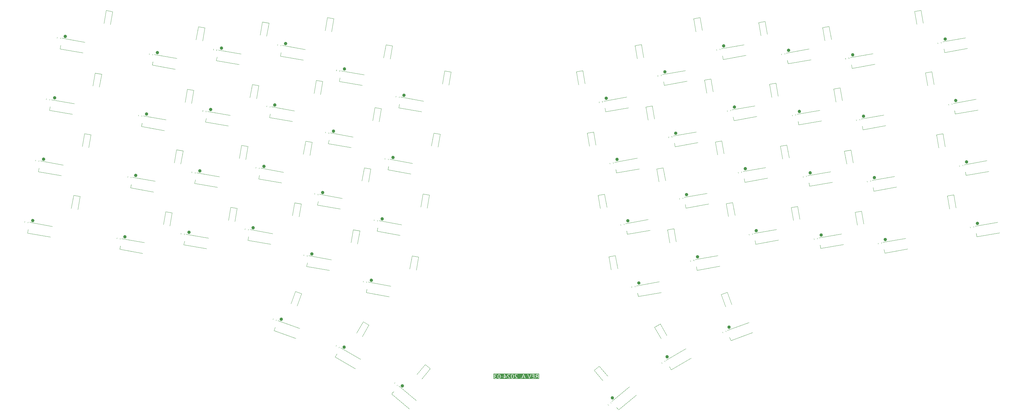
<source format=gbr>
%TF.GenerationSoftware,KiCad,Pcbnew,8.0.0*%
%TF.CreationDate,2024-04-28T13:48:32+02:00*%
%TF.ProjectId,phnx,70686e78-2e6b-4696-9361-645f70636258,A*%
%TF.SameCoordinates,Original*%
%TF.FileFunction,Legend,Bot*%
%TF.FilePolarity,Positive*%
%FSLAX46Y46*%
G04 Gerber Fmt 4.6, Leading zero omitted, Abs format (unit mm)*
G04 Created by KiCad (PCBNEW 8.0.0) date 2024-04-28 13:48:32*
%MOMM*%
%LPD*%
G01*
G04 APERTURE LIST*
%ADD10C,0.150000*%
%ADD11C,0.120000*%
%ADD12C,0.510976*%
%ADD13C,0.510977*%
G04 APERTURE END LIST*
D10*
G36*
X204381210Y-186501351D02*
G01*
X204442949Y-186530795D01*
X204488847Y-186574764D01*
X204522074Y-186626977D01*
X204548664Y-186691924D01*
X204566257Y-186757871D01*
X204577253Y-186820073D01*
X204584917Y-186888865D01*
X204589249Y-186964244D01*
X204590315Y-187029292D01*
X204589249Y-187094199D01*
X204584917Y-187169444D01*
X204577253Y-187238145D01*
X204566257Y-187300304D01*
X204548664Y-187366258D01*
X204522074Y-187431296D01*
X204483572Y-187489786D01*
X204436617Y-187531564D01*
X204373689Y-187558590D01*
X204317349Y-187564987D01*
X204253102Y-187556631D01*
X204191112Y-187527256D01*
X204145156Y-187483389D01*
X204112005Y-187431296D01*
X204085294Y-187366258D01*
X204067620Y-187300304D01*
X204056574Y-187238145D01*
X204048876Y-187169444D01*
X204044524Y-187094199D01*
X204043453Y-187029292D01*
X204044524Y-186964244D01*
X204048876Y-186888865D01*
X204056574Y-186820073D01*
X204067620Y-186757871D01*
X204085294Y-186691924D01*
X204112005Y-186626977D01*
X204150429Y-186568352D01*
X204197462Y-186526476D01*
X204260662Y-186499388D01*
X204317349Y-186492976D01*
X204381210Y-186501351D01*
G37*
G36*
X208413659Y-186501351D02*
G01*
X208475398Y-186530795D01*
X208521296Y-186574764D01*
X208554523Y-186626977D01*
X208581113Y-186691924D01*
X208598707Y-186757871D01*
X208609703Y-186820073D01*
X208617367Y-186888865D01*
X208621698Y-186964244D01*
X208622765Y-187029292D01*
X208621698Y-187094199D01*
X208617367Y-187169444D01*
X208609703Y-187238145D01*
X208598707Y-187300304D01*
X208581113Y-187366258D01*
X208554523Y-187431296D01*
X208516021Y-187489786D01*
X208469066Y-187531564D01*
X208406139Y-187558590D01*
X208349799Y-187564987D01*
X208285551Y-187556631D01*
X208223561Y-187527256D01*
X208177605Y-187483389D01*
X208144454Y-187431296D01*
X208117743Y-187366258D01*
X208100070Y-187300304D01*
X208089024Y-187238145D01*
X208081325Y-187169444D01*
X208076974Y-187094199D01*
X208075903Y-187029292D01*
X208076974Y-186964244D01*
X208081325Y-186888865D01*
X208089024Y-186820073D01*
X208100070Y-186757871D01*
X208117743Y-186691924D01*
X208144454Y-186626977D01*
X208182879Y-186568352D01*
X208229911Y-186526476D01*
X208293111Y-186499388D01*
X208349799Y-186492976D01*
X208413659Y-186501351D01*
G37*
G36*
X206426631Y-187227502D02*
G01*
X205981821Y-187227502D01*
X205981821Y-186528337D01*
X206426631Y-187227502D01*
G37*
G36*
X211990480Y-187207650D02*
G01*
X211511549Y-187207650D01*
X211751325Y-186550051D01*
X211990480Y-187207650D01*
G37*
G36*
X216148556Y-186989277D02*
G01*
X215926771Y-186989277D01*
X215860016Y-186984493D01*
X215797469Y-186967954D01*
X215742803Y-186936115D01*
X215734454Y-186928791D01*
X215694760Y-186875167D01*
X215674468Y-186811910D01*
X215669315Y-186750122D01*
X215675676Y-186682147D01*
X215697368Y-186620530D01*
X215734454Y-186572694D01*
X215786429Y-186538610D01*
X215846528Y-186519902D01*
X215911080Y-186513062D01*
X215926771Y-186512828D01*
X216148556Y-186512828D01*
X216148556Y-186989277D01*
G37*
G36*
X216465854Y-187845063D02*
G01*
X202620333Y-187845063D01*
X202620333Y-187298535D01*
X202761444Y-187298535D01*
X202766112Y-187368044D01*
X202780114Y-187431403D01*
X202808248Y-187497547D01*
X202849087Y-187555320D01*
X202894205Y-187598177D01*
X202947800Y-187634124D01*
X203009246Y-187662633D01*
X203078544Y-187683706D01*
X203142290Y-187695585D01*
X203211489Y-187702299D01*
X203270774Y-187703952D01*
X203332889Y-187701858D01*
X203396400Y-187695576D01*
X203439516Y-187689063D01*
X203505441Y-187675802D01*
X203567251Y-187659968D01*
X203618805Y-187644395D01*
X203618805Y-187465727D01*
X203561939Y-187499125D01*
X203501147Y-187525806D01*
X203458438Y-187539862D01*
X203397420Y-187554167D01*
X203334643Y-187562534D01*
X203276047Y-187564987D01*
X203207349Y-187561766D01*
X203138071Y-187550197D01*
X203078641Y-187530214D01*
X203023554Y-187497676D01*
X202977752Y-187449476D01*
X202948914Y-187389401D01*
X202937464Y-187325181D01*
X202936701Y-187301637D01*
X202943080Y-187238909D01*
X202965133Y-187178822D01*
X203002937Y-187128852D01*
X203017350Y-187115834D01*
X203073935Y-187080502D01*
X203135429Y-187059891D01*
X203198494Y-187050469D01*
X203241926Y-187048834D01*
X203393919Y-187048834D01*
X203393919Y-187029292D01*
X203867266Y-187029292D01*
X203869074Y-187109059D01*
X203874497Y-187183959D01*
X203883536Y-187253994D01*
X203896191Y-187319163D01*
X203912461Y-187379465D01*
X203937884Y-187448001D01*
X203968956Y-187508933D01*
X203982966Y-187531177D01*
X204021555Y-187580951D01*
X204074539Y-187629544D01*
X204134808Y-187665988D01*
X204202361Y-187690285D01*
X204264220Y-187701252D01*
X204317349Y-187703952D01*
X204383263Y-187699733D01*
X204444133Y-187687079D01*
X204510519Y-187660758D01*
X204569643Y-187622288D01*
X204621504Y-187571671D01*
X204652043Y-187531177D01*
X204685285Y-187473286D01*
X204712893Y-187407792D01*
X204725316Y-187366467D01*
X205620761Y-187366467D01*
X205806564Y-187366467D01*
X205806564Y-187684100D01*
X205981821Y-187684100D01*
X206829565Y-187684100D01*
X207656528Y-187684100D01*
X207656528Y-187545135D01*
X207609206Y-187495250D01*
X207563092Y-187446962D01*
X207511853Y-187393571D01*
X207465238Y-187345180D01*
X207415065Y-187293245D01*
X207383252Y-187260382D01*
X207332209Y-187207556D01*
X207287451Y-187160940D01*
X207242038Y-187113198D01*
X207195568Y-187063451D01*
X207165189Y-187029602D01*
X207164931Y-187029292D01*
X207899715Y-187029292D01*
X207901523Y-187109059D01*
X207906947Y-187183959D01*
X207915986Y-187253994D01*
X207928641Y-187319163D01*
X207944911Y-187379465D01*
X207970333Y-187448001D01*
X208001405Y-187508933D01*
X208015416Y-187531177D01*
X208054005Y-187580951D01*
X208106989Y-187629544D01*
X208167257Y-187665988D01*
X208234810Y-187690285D01*
X208296669Y-187701252D01*
X208349799Y-187703952D01*
X208415712Y-187699733D01*
X208476582Y-187687079D01*
X208484096Y-187684100D01*
X209090219Y-187684100D01*
X209917181Y-187684100D01*
X209917181Y-187545135D01*
X209869859Y-187495250D01*
X209841665Y-187465727D01*
X210802148Y-187465727D01*
X210802148Y-187684100D01*
X210986090Y-187684100D01*
X211154523Y-187684100D01*
X211337844Y-187684100D01*
X211456646Y-187346615D01*
X212043523Y-187346615D01*
X212162325Y-187684100D01*
X212348128Y-187684100D01*
X211850896Y-186373864D01*
X212935004Y-186373864D01*
X213431616Y-187684100D01*
X213631377Y-187684100D01*
X214250823Y-187684100D01*
X215090193Y-187684100D01*
X215310117Y-187684100D01*
X215499332Y-187684100D01*
X215665903Y-187346615D01*
X215697930Y-187286108D01*
X215733404Y-187231340D01*
X215775962Y-187183528D01*
X215791219Y-187171358D01*
X215847685Y-187143442D01*
X215912803Y-187130305D01*
X215956549Y-187128242D01*
X216148556Y-187128242D01*
X216148556Y-187684100D01*
X216324743Y-187684100D01*
X216324743Y-186373864D01*
X215926771Y-186373864D01*
X215859751Y-186376158D01*
X215786643Y-186384970D01*
X215721518Y-186400389D01*
X215655628Y-186426731D01*
X215600603Y-186462068D01*
X215593629Y-186467851D01*
X215550722Y-186513557D01*
X215518354Y-186568435D01*
X215496524Y-186632487D01*
X215486200Y-186694690D01*
X215483585Y-186750122D01*
X215483512Y-186751673D01*
X215488027Y-186817979D01*
X215503633Y-186883882D01*
X215530387Y-186941606D01*
X215540587Y-186957328D01*
X215585983Y-187007513D01*
X215637940Y-187042894D01*
X215700074Y-187068521D01*
X215706848Y-187070547D01*
X215650859Y-187100635D01*
X215603141Y-187144774D01*
X215596421Y-187152437D01*
X215556130Y-187206017D01*
X215522488Y-187260730D01*
X215492158Y-187317793D01*
X215488785Y-187324591D01*
X215310117Y-187684100D01*
X215090193Y-187684100D01*
X215090193Y-186373864D01*
X214266643Y-186373864D01*
X214266643Y-186512828D01*
X214914006Y-186512828D01*
X214914006Y-186909869D01*
X214293629Y-186909869D01*
X214293629Y-187048834D01*
X214914006Y-187048834D01*
X214914006Y-187545135D01*
X214250823Y-187545135D01*
X214250823Y-187684100D01*
X213631377Y-187684100D01*
X214128609Y-186373864D01*
X213944667Y-186373864D01*
X213531807Y-187476894D01*
X213118325Y-186373864D01*
X212935004Y-186373864D01*
X211850896Y-186373864D01*
X211651134Y-186373864D01*
X211335109Y-187207650D01*
X211154523Y-187684100D01*
X210986090Y-187684100D01*
X210986090Y-187465727D01*
X210802148Y-187465727D01*
X209841665Y-187465727D01*
X209823745Y-187446962D01*
X209772506Y-187393571D01*
X209725892Y-187345180D01*
X209675718Y-187293245D01*
X209643905Y-187260382D01*
X209592862Y-187207556D01*
X209548104Y-187160940D01*
X209502692Y-187113198D01*
X209456222Y-187063451D01*
X209425842Y-187029602D01*
X209382408Y-186977345D01*
X209343586Y-186924807D01*
X209310114Y-186869438D01*
X209307971Y-186865202D01*
X209284858Y-186806721D01*
X209274458Y-186744984D01*
X209274160Y-186732752D01*
X209281279Y-186670296D01*
X209305553Y-186610481D01*
X209347055Y-186559977D01*
X209402374Y-186521831D01*
X209461698Y-186500893D01*
X209529624Y-186493041D01*
X209536890Y-186492976D01*
X209600314Y-186497164D01*
X209666355Y-186509726D01*
X209711836Y-186522754D01*
X209770493Y-186544140D01*
X209831695Y-186571463D01*
X209888952Y-186601131D01*
X209908496Y-186612088D01*
X209908496Y-186433420D01*
X209849753Y-186412807D01*
X209787073Y-186393529D01*
X209721274Y-186376732D01*
X209709665Y-186374174D01*
X209647808Y-186362695D01*
X209584675Y-186355606D01*
X209540302Y-186354012D01*
X209467234Y-186357610D01*
X209399947Y-186368406D01*
X209338438Y-186386400D01*
X209273984Y-186416488D01*
X209217396Y-186456374D01*
X209170500Y-186504452D01*
X209135123Y-186559121D01*
X209111264Y-186620380D01*
X209098923Y-186688230D01*
X209097043Y-186729960D01*
X209102009Y-186794408D01*
X209116906Y-186856195D01*
X209127131Y-186883813D01*
X209156633Y-186942105D01*
X209191814Y-186996212D01*
X209231713Y-187049208D01*
X209236628Y-187055348D01*
X209282225Y-187105210D01*
X209328866Y-187154455D01*
X209375592Y-187203307D01*
X209422815Y-187252562D01*
X209467315Y-187298839D01*
X209516495Y-187349871D01*
X209570355Y-187405660D01*
X209616813Y-187453715D01*
X209666267Y-187504814D01*
X209705322Y-187545135D01*
X209090219Y-187545135D01*
X209090219Y-187684100D01*
X208484096Y-187684100D01*
X208542969Y-187660758D01*
X208602092Y-187622288D01*
X208653953Y-187571671D01*
X208684492Y-187531177D01*
X208717734Y-187473286D01*
X208745342Y-187407792D01*
X208767316Y-187334695D01*
X208780838Y-187270743D01*
X208790755Y-187201924D01*
X208797065Y-187128240D01*
X208799770Y-187049690D01*
X208799882Y-187029292D01*
X208798079Y-186949384D01*
X208792670Y-186874372D01*
X208783656Y-186804255D01*
X208771035Y-186739033D01*
X208754808Y-186678706D01*
X208729454Y-186610181D01*
X208698465Y-186549305D01*
X208684492Y-186527097D01*
X208645814Y-186477233D01*
X208592743Y-186428553D01*
X208532409Y-186392043D01*
X208464812Y-186367703D01*
X208402933Y-186356716D01*
X208349799Y-186354012D01*
X208283893Y-186358237D01*
X208223046Y-186370914D01*
X208156707Y-186397283D01*
X208097652Y-186435821D01*
X208045882Y-186486530D01*
X208015416Y-186527097D01*
X207982084Y-186584913D01*
X207954402Y-186650378D01*
X207932369Y-186723492D01*
X207918811Y-186787490D01*
X207908868Y-186856384D01*
X207902540Y-186930172D01*
X207899828Y-187008856D01*
X207899715Y-187029292D01*
X207164931Y-187029292D01*
X207121754Y-186977345D01*
X207082932Y-186924807D01*
X207049461Y-186869438D01*
X207047318Y-186865202D01*
X207024205Y-186806721D01*
X207013804Y-186744984D01*
X207013507Y-186732752D01*
X207020626Y-186670296D01*
X207044900Y-186610481D01*
X207086401Y-186559977D01*
X207141721Y-186521831D01*
X207201045Y-186500893D01*
X207268971Y-186493041D01*
X207276237Y-186492976D01*
X207339661Y-186497164D01*
X207405702Y-186509726D01*
X207451183Y-186522754D01*
X207509840Y-186544140D01*
X207571042Y-186571463D01*
X207628299Y-186601131D01*
X207647842Y-186612088D01*
X207647842Y-186433420D01*
X207589100Y-186412807D01*
X207526420Y-186393529D01*
X207460621Y-186376732D01*
X207449012Y-186374174D01*
X207387155Y-186362695D01*
X207324022Y-186355606D01*
X207279649Y-186354012D01*
X207206581Y-186357610D01*
X207139293Y-186368406D01*
X207077785Y-186386400D01*
X207013331Y-186416488D01*
X206956743Y-186456374D01*
X206909847Y-186504452D01*
X206874470Y-186559121D01*
X206850611Y-186620380D01*
X206838270Y-186688230D01*
X206836390Y-186729960D01*
X206841355Y-186794408D01*
X206856253Y-186856195D01*
X206866478Y-186883813D01*
X206895980Y-186942105D01*
X206931161Y-186996212D01*
X206971060Y-187049208D01*
X206975974Y-187055348D01*
X207021572Y-187105210D01*
X207068213Y-187154455D01*
X207114939Y-187203307D01*
X207162161Y-187252562D01*
X207206662Y-187298839D01*
X207255842Y-187349871D01*
X207309702Y-187405660D01*
X207356160Y-187453715D01*
X207405614Y-187504814D01*
X207444669Y-187545135D01*
X206829565Y-187545135D01*
X206829565Y-187684100D01*
X205981821Y-187684100D01*
X205981821Y-187366467D01*
X206569938Y-187366467D01*
X206569938Y-187196793D01*
X206028039Y-186373864D01*
X205806564Y-186373864D01*
X205806564Y-186528337D01*
X205806564Y-187227502D01*
X205620761Y-187227502D01*
X205620761Y-187366467D01*
X204725316Y-187366467D01*
X204734867Y-187334695D01*
X204748389Y-187270743D01*
X204758305Y-187201924D01*
X204764616Y-187128242D01*
X204969366Y-187128242D01*
X204969366Y-187267206D01*
X205439611Y-187267206D01*
X205439611Y-187128242D01*
X204969366Y-187128242D01*
X204764616Y-187128242D01*
X204764616Y-187128240D01*
X204767320Y-187049690D01*
X204767433Y-187029292D01*
X204765630Y-186949384D01*
X204760221Y-186874372D01*
X204751206Y-186804255D01*
X204738585Y-186739033D01*
X204722359Y-186678706D01*
X204697004Y-186610181D01*
X204666016Y-186549305D01*
X204652043Y-186527097D01*
X204613365Y-186477233D01*
X204560293Y-186428553D01*
X204499959Y-186392043D01*
X204432362Y-186367703D01*
X204370484Y-186356716D01*
X204317349Y-186354012D01*
X204251444Y-186358237D01*
X204190596Y-186370914D01*
X204124257Y-186397283D01*
X204065203Y-186435821D01*
X204013433Y-186486530D01*
X203982966Y-186527097D01*
X203949635Y-186584913D01*
X203921953Y-186650378D01*
X203899920Y-186723492D01*
X203886361Y-186787490D01*
X203876418Y-186856384D01*
X203870091Y-186930172D01*
X203867379Y-187008856D01*
X203867266Y-187029292D01*
X203393919Y-187029292D01*
X203393919Y-186909869D01*
X203235102Y-186909869D01*
X203166828Y-186905698D01*
X203102307Y-186891279D01*
X203045118Y-186863523D01*
X203036271Y-186857137D01*
X202994120Y-186810812D01*
X202971423Y-186751402D01*
X202967099Y-186704524D01*
X202975493Y-186639795D01*
X203003795Y-186582056D01*
X203038132Y-186547569D01*
X203094262Y-186516487D01*
X203157947Y-186499427D01*
X203225572Y-186493189D01*
X203241926Y-186492976D01*
X203307397Y-186496716D01*
X203371699Y-186506888D01*
X203397331Y-186512518D01*
X203461801Y-186529951D01*
X203525038Y-186551220D01*
X203579721Y-186572384D01*
X203579721Y-186413568D01*
X203518314Y-186396410D01*
X203453564Y-186380896D01*
X203391747Y-186368901D01*
X203327349Y-186359828D01*
X203260833Y-186354724D01*
X203226417Y-186354012D01*
X203154102Y-186357196D01*
X203087675Y-186366749D01*
X203027138Y-186382670D01*
X202963953Y-186409294D01*
X202908784Y-186444587D01*
X202863218Y-186487256D01*
X202824847Y-186543473D01*
X202801093Y-186607638D01*
X202792300Y-186670303D01*
X202791843Y-186689325D01*
X202797901Y-186753162D01*
X202818560Y-186815896D01*
X202853881Y-186870785D01*
X202902549Y-186916365D01*
X202957608Y-186948450D01*
X203015966Y-186969713D01*
X203030068Y-186973458D01*
X202970259Y-186990770D01*
X202911271Y-187019006D01*
X202861067Y-187056517D01*
X202832478Y-187086677D01*
X202795019Y-187144152D01*
X202773168Y-187202666D01*
X202762554Y-187267609D01*
X202761444Y-187298535D01*
X202620333Y-187298535D01*
X202620333Y-186212901D01*
X216465854Y-186212901D01*
X216465854Y-187845063D01*
G37*
D11*
%TO.C,D429*%
X231802993Y-116860932D02*
X231106664Y-112911853D01*
X233076279Y-112564557D02*
X231106664Y-112911853D01*
X233772608Y-116513636D02*
X233076279Y-112564557D01*
%TO.C,C506*%
X94443721Y-107348712D02*
X94394898Y-107625601D01*
X95448224Y-107525833D02*
X95399401Y-107802722D01*
%TO.C,D536*%
X264047811Y-151442042D02*
X270941466Y-150226505D01*
X264384938Y-153641921D02*
X264571610Y-154700590D01*
X264571610Y-154700590D02*
X271514505Y-153476370D01*
D12*
X265018832Y-150605075D02*
G75*
G02*
X264507856Y-150605075I-255488J0D01*
G01*
X264507856Y-150605075D02*
G75*
G02*
X265018832Y-150605075I255488J0D01*
G01*
D11*
%TO.C,C522*%
X154710902Y-177561472D02*
X154570322Y-177804964D01*
X155594248Y-178071472D02*
X155453668Y-178314964D01*
%TO.C,C549*%
X316433499Y-127542178D02*
X316482322Y-127819067D01*
X317438002Y-127365057D02*
X317486825Y-127641946D01*
%TO.C,D521*%
X145666038Y-153510251D02*
X152608933Y-154734470D01*
X145852710Y-152451582D02*
X145666038Y-153510251D01*
X146288317Y-150269068D02*
X153181972Y-151484605D01*
D13*
X147502446Y-149727303D02*
G75*
G02*
X146991470Y-149727303I-255488J0D01*
G01*
X146991470Y-149727303D02*
G75*
G02*
X147502446Y-149727303I255488J0D01*
G01*
D11*
%TO.C,C512*%
X107381268Y-143392884D02*
X107332445Y-143669773D01*
X108385771Y-143570005D02*
X108336948Y-143846894D01*
%TO.C,D415*%
X144638837Y-119312334D02*
X145335166Y-115363255D01*
X146608452Y-119659630D02*
X147304781Y-115710551D01*
X147304781Y-115710551D02*
X145335166Y-115363255D01*
%TO.C,D448*%
X306901280Y-103370299D02*
X306204951Y-99421220D01*
X308174566Y-99073924D02*
X306204951Y-99421220D01*
X308870895Y-103023003D02*
X308174566Y-99073924D01*
%TO.C,C550*%
X319763118Y-146425386D02*
X319811941Y-146702275D01*
X320767621Y-146248265D02*
X320816444Y-146525154D01*
%TO.C,D404*%
X73946131Y-135832658D02*
X74642460Y-131883579D01*
X75915746Y-136179954D02*
X76612075Y-132230875D01*
X76612075Y-132230875D02*
X74642460Y-131883579D01*
%TO.C,D510*%
X114841972Y-109488924D02*
X121784867Y-110713143D01*
X115028644Y-108430255D02*
X114841972Y-109488924D01*
X115464251Y-106247741D02*
X122357906Y-107463278D01*
D13*
X116678380Y-105705976D02*
G75*
G02*
X116167404Y-105705976I-255488J0D01*
G01*
X116167404Y-105705976D02*
G75*
G02*
X116678380Y-105705976I255488J0D01*
G01*
D11*
%TO.C,D417*%
X140878303Y-164900568D02*
X142249804Y-161132401D01*
X142757688Y-165584608D02*
X144129189Y-161816441D01*
X144129189Y-161816441D02*
X142249804Y-161132401D01*
%TO.C,C501*%
X69676018Y-83688391D02*
X69627195Y-83965280D01*
X70680521Y-83865512D02*
X70631698Y-84142401D01*
%TO.C,D428*%
X228503678Y-98149584D02*
X227807349Y-94200505D01*
X229776964Y-93853209D02*
X227807349Y-94200505D01*
X230473293Y-97802288D02*
X229776964Y-93853209D01*
%TO.C,D537*%
X255108619Y-182106759D02*
X261170797Y-178606759D01*
X256177818Y-184058666D02*
X256715318Y-184989643D01*
X256715318Y-184989643D02*
X262820797Y-181464643D01*
D13*
X255750229Y-181075541D02*
G75*
G02*
X255239253Y-181075541I-255488J0D01*
G01*
X255239253Y-181075541D02*
G75*
G02*
X255750229Y-181075541I255488J0D01*
G01*
D11*
%TO.C,D541*%
X281934329Y-143464890D02*
X288827984Y-142249353D01*
X282271456Y-145664769D02*
X282458128Y-146723438D01*
X282458128Y-146723438D02*
X289401023Y-145499218D01*
D12*
X282905350Y-142627923D02*
G75*
G02*
X282394374Y-142627923I-255488J0D01*
G01*
X282394374Y-142627923D02*
G75*
G02*
X282905350Y-142627923I255488J0D01*
G01*
D11*
%TO.C,D403*%
X77270628Y-116978514D02*
X77966957Y-113029435D01*
X79240243Y-117325810D02*
X79936572Y-113376731D01*
X79936572Y-113376731D02*
X77966957Y-113029435D01*
%TO.C,D436*%
X256288142Y-146306475D02*
X255591813Y-142357396D01*
X257561428Y-142010100D02*
X255591813Y-142357396D01*
X258257757Y-145959179D02*
X257561428Y-142010100D01*
%TO.C,D548*%
X314623950Y-108583967D02*
X321517605Y-107368430D01*
X314961077Y-110783846D02*
X315147749Y-111842515D01*
X315147749Y-111842515D02*
X322090644Y-110618295D01*
D12*
X315594971Y-107747000D02*
G75*
G02*
X315083995Y-107747000I-255488J0D01*
G01*
X315083995Y-107747000D02*
G75*
G02*
X315594971Y-107747000I255488J0D01*
G01*
D11*
%TO.C,D413*%
X151280881Y-81643440D02*
X151977210Y-77694361D01*
X153250496Y-81990736D02*
X153946825Y-78041657D01*
X153946825Y-78041657D02*
X151977210Y-77694361D01*
%TO.C,D531*%
X246161292Y-159419195D02*
X253054947Y-158203658D01*
X246498419Y-161619074D02*
X246685091Y-162677743D01*
X246685091Y-162677743D02*
X253627986Y-161453523D01*
D12*
X247132313Y-158582228D02*
G75*
G02*
X246621337Y-158582228I-255488J0D01*
G01*
X246621337Y-158582228D02*
G75*
G02*
X247132313Y-158582228I255488J0D01*
G01*
D11*
%TO.C,C505*%
X97743039Y-88637364D02*
X97694216Y-88914253D01*
X98747542Y-88814485D02*
X98698719Y-89091374D01*
%TO.C,C503*%
X63077385Y-121111084D02*
X63028562Y-121387973D01*
X64081888Y-121288205D02*
X64033065Y-121565094D01*
%TO.C,D435*%
X253015742Y-127747774D02*
X252319413Y-123798695D01*
X254289028Y-123451399D02*
X252319413Y-123798695D01*
X254985357Y-127400478D02*
X254289028Y-123451399D01*
%TO.C,D445*%
X290681785Y-120801604D02*
X289985456Y-116852525D01*
X291955071Y-116505229D02*
X289985456Y-116852525D01*
X292651400Y-120454308D02*
X291955071Y-116505229D01*
%TO.C,D443*%
X284039743Y-83132707D02*
X283343414Y-79183628D01*
X285313029Y-78836332D02*
X283343414Y-79183628D01*
X286009358Y-82785411D02*
X285313029Y-78836332D01*
%TO.C,D553*%
X346020590Y-122518202D02*
X352914245Y-121302665D01*
X346357717Y-124718081D02*
X346544389Y-125776750D01*
X346544389Y-125776750D02*
X353487284Y-124552530D01*
D12*
X346991611Y-121681235D02*
G75*
G02*
X346480635Y-121681235I-255488J0D01*
G01*
X346480635Y-121681235D02*
G75*
G02*
X346991611Y-121681235I255488J0D01*
G01*
D11*
%TO.C,D554*%
X349324246Y-141254167D02*
X356217901Y-140038630D01*
X349661373Y-143454046D02*
X349848045Y-144512715D01*
X349848045Y-144512715D02*
X356790940Y-143288495D01*
D12*
X350295267Y-140417200D02*
G75*
G02*
X349784291Y-140417200I-255488J0D01*
G01*
X349784291Y-140417200D02*
G75*
G02*
X350295267Y-140417200I255488J0D01*
G01*
D11*
%TO.C,C519*%
X151402591Y-112568820D02*
X151353768Y-112845709D01*
X152407094Y-112745941D02*
X152358271Y-113022830D01*
%TO.C,D437*%
X253365220Y-171087106D02*
X251633171Y-172087105D01*
X253638171Y-175559867D02*
X251633171Y-172087105D01*
X255370221Y-174559867D02*
X253365220Y-171087106D01*
%TO.C,D552*%
X342721274Y-103806853D02*
X349614929Y-102591316D01*
X343058401Y-106006732D02*
X343245073Y-107065401D01*
X343245073Y-107065401D02*
X350187968Y-105841181D01*
D12*
X343692295Y-102969886D02*
G75*
G02*
X343181319Y-102969886I-255488J0D01*
G01*
X343181319Y-102969886D02*
G75*
G02*
X343692295Y-102969886I255488J0D01*
G01*
D11*
%TO.C,C540*%
X277114945Y-124828549D02*
X277163768Y-125105438D01*
X278119448Y-124651428D02*
X278168271Y-124928317D01*
%TO.C,C502*%
X66376700Y-102399740D02*
X66327877Y-102676629D01*
X67381203Y-102576861D02*
X67332380Y-102853750D01*
%TO.C,C524*%
X169535313Y-120589385D02*
X169486490Y-120866274D01*
X170539816Y-120766506D02*
X170490993Y-121043395D01*
%TO.C,D509*%
X118141288Y-90777578D02*
X125084183Y-92001797D01*
X118327960Y-89718909D02*
X118141288Y-90777578D01*
X118763567Y-87536395D02*
X125657222Y-88751932D01*
D13*
X119977696Y-86994630D02*
G75*
G02*
X119466720Y-86994630I-255488J0D01*
G01*
X119466720Y-86994630D02*
G75*
G02*
X119977696Y-86994630I255488J0D01*
G01*
D11*
%TO.C,D547*%
X311324633Y-89872619D02*
X318218288Y-88657082D01*
X311661760Y-92072498D02*
X311848432Y-93131167D01*
X311848432Y-93131167D02*
X318791327Y-91906947D01*
D12*
X312295654Y-89035652D02*
G75*
G02*
X311784678Y-89035652I-255488J0D01*
G01*
X311784678Y-89035652D02*
G75*
G02*
X312295654Y-89035652I255488J0D01*
G01*
D11*
%TO.C,D535*%
X260705083Y-132484494D02*
X267598738Y-131268957D01*
X261042210Y-134684373D02*
X261228882Y-135743042D01*
X261228882Y-135743042D02*
X268171777Y-134518822D01*
D12*
X261676104Y-131647527D02*
G75*
G02*
X261165128Y-131647527I-255488J0D01*
G01*
X261165128Y-131647527D02*
G75*
G02*
X261676104Y-131647527I255488J0D01*
G01*
D11*
%TO.C,C536*%
X262562388Y-151713528D02*
X262611211Y-151990417D01*
X263566891Y-151536407D02*
X263615714Y-151813296D01*
%TO.C,D414*%
X147912105Y-100748709D02*
X148608434Y-96799630D01*
X149881720Y-101096005D02*
X150578049Y-97146926D01*
X150578049Y-97146926D02*
X148608434Y-96799630D01*
%TO.C,D406*%
X108593550Y-103462342D02*
X109289879Y-99513263D01*
X110563165Y-103809638D02*
X111259494Y-99860559D01*
X111259494Y-99860559D02*
X109289879Y-99513263D01*
%TO.C,D454*%
X341543739Y-136000422D02*
X340847410Y-132051343D01*
X342817025Y-131704047D02*
X340847410Y-132051343D01*
X343513354Y-135653126D02*
X342817025Y-131704047D01*
%TO.C,D447*%
X303552725Y-84667631D02*
X302856396Y-80718552D01*
X304826011Y-80371256D02*
X302856396Y-80718552D01*
X305522340Y-84320335D02*
X304826011Y-80371256D01*
%TO.C,D416*%
X141331706Y-138068002D02*
X142028035Y-134118923D01*
X143301321Y-138415298D02*
X143997650Y-134466219D01*
X143997650Y-134466219D02*
X142028035Y-134118923D01*
%TO.C,D522*%
X154317508Y-181162849D02*
X160422987Y-184687849D01*
X154855008Y-180231872D02*
X154317508Y-181162849D01*
X156010809Y-178329965D02*
X162072987Y-181829965D01*
D13*
X157352419Y-178148747D02*
G75*
G02*
X156841443Y-178148747I-255488J0D01*
G01*
X156841443Y-178148747D02*
G75*
G02*
X157352419Y-178148747I255488J0D01*
G01*
D11*
%TO.C,D507*%
X92006480Y-129578796D02*
X98949375Y-130803015D01*
X92193152Y-128520127D02*
X92006480Y-129578796D01*
X92628759Y-126337613D02*
X99522414Y-127553150D01*
D13*
X93842888Y-125795848D02*
G75*
G02*
X93331912Y-125795848I-255488J0D01*
G01*
X93331912Y-125795848D02*
G75*
G02*
X93842888Y-125795848I255488J0D01*
G01*
D11*
%TO.C,D425*%
X180385828Y-135414362D02*
X181082157Y-131465283D01*
X182355443Y-135761658D02*
X183051772Y-131812579D01*
X183051772Y-131812579D02*
X181082157Y-131465283D01*
%TO.C,C510*%
X114004520Y-105974532D02*
X113955697Y-106251421D01*
X115009023Y-106151653D02*
X114960200Y-106428542D01*
%TO.C,D505*%
X98605113Y-92156098D02*
X105548008Y-93380317D01*
X98791785Y-91097429D02*
X98605113Y-92156098D01*
X99227392Y-88914915D02*
X106121047Y-90130452D01*
D13*
X100441521Y-88373150D02*
G75*
G02*
X99930545Y-88373150I-255488J0D01*
G01*
X99930545Y-88373150D02*
G75*
G02*
X100441521Y-88373150I255488J0D01*
G01*
D11*
%TO.C,D411*%
X125120027Y-120592377D02*
X125816356Y-116643298D01*
X127089642Y-120939673D02*
X127785971Y-116990594D01*
X127785971Y-116990594D02*
X125816356Y-116643298D01*
%TO.C,C507*%
X91144406Y-126060058D02*
X91095583Y-126336947D01*
X92148909Y-126237179D02*
X92100086Y-126514068D01*
%TO.C,D538*%
X272006080Y-87158988D02*
X278899735Y-85943451D01*
X272343207Y-89358867D02*
X272529879Y-90417536D01*
X272529879Y-90417536D02*
X279472774Y-89193316D01*
D12*
X272977101Y-86322021D02*
G75*
G02*
X272466125Y-86322021I-255488J0D01*
G01*
X272466125Y-86322021D02*
G75*
G02*
X272977101Y-86322021I255488J0D01*
G01*
D11*
%TO.C,C511*%
X110680582Y-124681539D02*
X110631759Y-124958428D01*
X111685085Y-124858660D02*
X111636262Y-125135549D01*
%TO.C,D453*%
X338260921Y-117382633D02*
X337564592Y-113433554D01*
X339534207Y-113086258D02*
X337564592Y-113433554D01*
X340230536Y-117035337D02*
X339534207Y-113086258D01*
%TO.C,D517*%
X135718135Y-173084217D02*
X142342968Y-175495459D01*
X136085807Y-172074048D02*
X135718135Y-173084217D01*
X136893786Y-170000333D02*
X143471634Y-172394474D01*
D13*
X138187427Y-169633265D02*
G75*
G02*
X137676451Y-169633265I-255488J0D01*
G01*
X137676451Y-169633265D02*
G75*
G02*
X138187427Y-169633265I255488J0D01*
G01*
D11*
%TO.C,D446*%
X293981101Y-139512951D02*
X293284772Y-135563872D01*
X295254387Y-135216576D02*
X293284772Y-135563872D01*
X295950716Y-139165655D02*
X295254387Y-135216576D01*
%TO.C,C527*%
X172573749Y-188951065D02*
X172393023Y-189166446D01*
X173355115Y-189606708D02*
X173174389Y-189822089D01*
%TO.C,D511*%
X111542657Y-128200273D02*
X118485552Y-129424492D01*
X111729329Y-127141604D02*
X111542657Y-128200273D01*
X112164936Y-124959090D02*
X119058591Y-126174627D01*
D13*
X113379065Y-124417325D02*
G75*
G02*
X112868089Y-124417325I-255488J0D01*
G01*
X112868089Y-124417325D02*
G75*
G02*
X113379065Y-124417325I255488J0D01*
G01*
D11*
%TO.C,C504*%
X59778073Y-139822435D02*
X59729250Y-140099324D01*
X60782576Y-139999556D02*
X60733753Y-140276445D01*
%TO.C,D444*%
X287356422Y-101942537D02*
X286660093Y-97993458D01*
X288629708Y-97646162D02*
X286660093Y-97993458D01*
X289326037Y-101595241D02*
X288629708Y-97646162D01*
%TO.C,C543*%
X290298693Y-88740964D02*
X290347516Y-89017853D01*
X291303196Y-88563843D02*
X291352019Y-88840732D01*
%TO.C,D410*%
X128394162Y-102023827D02*
X129090491Y-98074748D01*
X130363777Y-102371123D02*
X131060106Y-98422044D01*
X131060106Y-98422044D02*
X129090491Y-98074748D01*
%TO.C,D533*%
X254106453Y-95061798D02*
X261000108Y-93846261D01*
X254443580Y-97261677D02*
X254630252Y-98320346D01*
X254630252Y-98320346D02*
X261573147Y-97096126D01*
D12*
X255077474Y-94224831D02*
G75*
G02*
X254566498Y-94224831I-255488J0D01*
G01*
X254566498Y-94224831D02*
G75*
G02*
X255077474Y-94224831I255488J0D01*
G01*
D11*
%TO.C,D408*%
X102013153Y-140781630D02*
X102709482Y-136832551D01*
X103982768Y-141128926D02*
X104679097Y-137179847D01*
X104679097Y-137179847D02*
X102709482Y-136832551D01*
%TO.C,D451*%
X331570505Y-79727343D02*
X330874176Y-75778264D01*
X332843791Y-75430968D02*
X330874176Y-75778264D01*
X333540120Y-79380047D02*
X332843791Y-75430968D01*
%TO.C,C516*%
X133516075Y-104591666D02*
X133467252Y-104868555D01*
X134520578Y-104768787D02*
X134471755Y-105045676D01*
%TO.C,D401*%
X83887491Y-79452414D02*
X84583820Y-75503335D01*
X85857106Y-79799710D02*
X86553435Y-75850631D01*
X86553435Y-75850631D02*
X84583820Y-75503335D01*
%TO.C,D506*%
X95305798Y-110867447D02*
X102248693Y-112091666D01*
X95492470Y-109808778D02*
X95305798Y-110867447D01*
X95928077Y-107626264D02*
X102821732Y-108841801D01*
D13*
X97142206Y-107084499D02*
G75*
G02*
X96631230Y-107084499I-255488J0D01*
G01*
X96631230Y-107084499D02*
G75*
G02*
X97142206Y-107084499I255488J0D01*
G01*
D11*
%TO.C,D524*%
X170397388Y-124108118D02*
X177340283Y-125332337D01*
X170584060Y-123049449D02*
X170397388Y-124108118D01*
X171019667Y-120866935D02*
X177913322Y-122082472D01*
D13*
X172233796Y-120325170D02*
G75*
G02*
X171722820Y-120325170I-255488J0D01*
G01*
X171722820Y-120325170D02*
G75*
G02*
X172233796Y-120325170I255488J0D01*
G01*
D11*
%TO.C,C518*%
X154745321Y-93611269D02*
X154696498Y-93888158D01*
X155749824Y-93788390D02*
X155701001Y-94065279D01*
%TO.C,C541*%
X280444565Y-143711755D02*
X280493388Y-143988644D01*
X281449068Y-143534634D02*
X281497891Y-143811523D01*
%TO.C,D518*%
X155607395Y-97130007D02*
X162550290Y-98354226D01*
X155794067Y-96071338D02*
X155607395Y-97130007D01*
X156229674Y-93888824D02*
X163123329Y-95104361D01*
D13*
X157443803Y-93347059D02*
G75*
G02*
X156932827Y-93347059I-255488J0D01*
G01*
X156932827Y-93347059D02*
G75*
G02*
X157443803Y-93347059I255488J0D01*
G01*
D11*
%TO.C,C521*%
X144803963Y-149991515D02*
X144755140Y-150268404D01*
X145808466Y-150168636D02*
X145759643Y-150445525D01*
%TO.C,D405*%
X111954512Y-84401387D02*
X112650841Y-80452308D01*
X113924127Y-84748683D02*
X114620456Y-80799604D01*
X114620456Y-80799604D02*
X112650841Y-80452308D01*
%TO.C,C517*%
X135480177Y-169469244D02*
X135384015Y-169733448D01*
X136438663Y-169818104D02*
X136342501Y-170082308D01*
%TO.C,D549*%
X317923265Y-127295316D02*
X324816920Y-126079779D01*
X318260392Y-129495195D02*
X318447064Y-130553864D01*
X318447064Y-130553864D02*
X325389959Y-129329644D01*
D12*
X318894286Y-126458349D02*
G75*
G02*
X318383310Y-126458349I-255488J0D01*
G01*
X318383310Y-126458349D02*
G75*
G02*
X318894286Y-126458349I255488J0D01*
G01*
D11*
%TO.C,D422*%
X160892859Y-173874004D02*
X162897859Y-170401243D01*
X162624909Y-174874004D02*
X164629909Y-171401242D01*
X164629909Y-171401242D02*
X162897859Y-170401243D01*
%TO.C,D426*%
X177061332Y-154268507D02*
X177757661Y-150319428D01*
X179030947Y-154615803D02*
X179727276Y-150666724D01*
X179727276Y-150666724D02*
X177757661Y-150319428D01*
%TO.C,D407*%
X105337649Y-121927486D02*
X106033978Y-117978407D01*
X107307264Y-122274782D02*
X108003593Y-118325703D01*
X108003593Y-118325703D02*
X106033978Y-117978407D01*
%TO.C,D514*%
X134378148Y-108110404D02*
X141321043Y-109334623D01*
X134564820Y-107051735D02*
X134378148Y-108110404D01*
X135000427Y-104869221D02*
X141894082Y-106084758D01*
D13*
X136214556Y-104327456D02*
G75*
G02*
X135703580Y-104327456I-255488J0D01*
G01*
X135703580Y-104327456D02*
G75*
G02*
X136214556Y-104327456I255488J0D01*
G01*
D11*
%TO.C,D543*%
X291788458Y-88494099D02*
X298682113Y-87278562D01*
X292125585Y-90693978D02*
X292312257Y-91752647D01*
X292312257Y-91752647D02*
X299255152Y-90528427D01*
D12*
X292759479Y-87657132D02*
G75*
G02*
X292248503Y-87657132I-255488J0D01*
G01*
X292248503Y-87657132D02*
G75*
G02*
X292759479Y-87657132I255488J0D01*
G01*
D11*
%TO.C,C523*%
X172878040Y-101631835D02*
X172829217Y-101908724D01*
X173882543Y-101808956D02*
X173833720Y-102085845D01*
%TO.C,D527*%
X171560962Y-192429415D02*
X176961575Y-196961068D01*
X172251958Y-191605918D02*
X171560962Y-192429415D01*
X173720463Y-189933608D02*
X179082774Y-194433121D01*
D13*
X175077040Y-189943746D02*
G75*
G02*
X174566064Y-189943746I-255488J0D01*
G01*
X174566064Y-189943746D02*
G75*
G02*
X175077040Y-189943746I255488J0D01*
G01*
D11*
%TO.C,D402*%
X80526529Y-98513370D02*
X81222858Y-94564291D01*
X82496144Y-98860666D02*
X83192473Y-94911587D01*
X83192473Y-94911587D02*
X81222858Y-94564291D01*
%TO.C,C545*%
X296884215Y-126089315D02*
X296933038Y-126366204D01*
X297888718Y-125912194D02*
X297937541Y-126189083D01*
%TO.C,D412*%
X121795532Y-139446519D02*
X122491861Y-135497440D01*
X123765147Y-139793815D02*
X124461476Y-135844736D01*
X124461476Y-135844736D02*
X122491861Y-135497440D01*
%TO.C,D503*%
X63939460Y-124629823D02*
X70882355Y-125854042D01*
X64126132Y-123571154D02*
X63939460Y-124629823D01*
X64561739Y-121388640D02*
X71455394Y-122604177D01*
D13*
X65775868Y-120846875D02*
G75*
G02*
X65264892Y-120846875I-255488J0D01*
G01*
X65264892Y-120846875D02*
G75*
G02*
X65775868Y-120846875I255488J0D01*
G01*
D11*
%TO.C,D440*%
X270858849Y-119524417D02*
X270162520Y-115575338D01*
X272132135Y-115228042D02*
X270162520Y-115575338D01*
X272828464Y-119177121D02*
X272132135Y-115228042D01*
%TO.C,D434*%
X249689511Y-108883778D02*
X248993182Y-104934699D01*
X250962797Y-104587403D02*
X248993182Y-104934699D01*
X251659126Y-108536482D02*
X250962797Y-104587403D01*
%TO.C,D515*%
X131078834Y-126821749D02*
X138021729Y-128045968D01*
X131265506Y-125763080D02*
X131078834Y-126821749D01*
X131701113Y-123580566D02*
X138594768Y-124796103D01*
D13*
X132915242Y-123038801D02*
G75*
G02*
X132404266Y-123038801I-255488J0D01*
G01*
X132404266Y-123038801D02*
G75*
G02*
X132915242Y-123038801I255488J0D01*
G01*
D11*
%TO.C,D523*%
X173740114Y-105150573D02*
X180683009Y-106374792D01*
X173926786Y-104091904D02*
X173740114Y-105150573D01*
X174362393Y-101909390D02*
X181256048Y-103124927D01*
D13*
X175576522Y-101367625D02*
G75*
G02*
X175065546Y-101367625I-255488J0D01*
G01*
X175065546Y-101367625D02*
G75*
G02*
X175576522Y-101367625I255488J0D01*
G01*
D11*
%TO.C,D419*%
X165737847Y-109070543D02*
X166434176Y-105121464D01*
X167707462Y-109417839D02*
X168403791Y-105468760D01*
X168403791Y-105468760D02*
X166434176Y-105121464D01*
%TO.C,D525*%
X167098074Y-142819468D02*
X174040969Y-144043687D01*
X167284746Y-141760799D02*
X167098074Y-142819468D01*
X167720353Y-139578285D02*
X174614008Y-140793822D01*
D13*
X168934482Y-139036520D02*
G75*
G02*
X168423506Y-139036520I-255488J0D01*
G01*
X168423506Y-139036520D02*
G75*
G02*
X168934482Y-139036520I255488J0D01*
G01*
D11*
%TO.C,C546*%
X300226943Y-145046864D02*
X300275766Y-145323753D01*
X301231446Y-144869743D02*
X301280269Y-145146632D01*
%TO.C,D432*%
X234821773Y-183942051D02*
X233289684Y-185227625D01*
X235867264Y-188299463D02*
X233289684Y-185227625D01*
X237399351Y-187013888D02*
X234821773Y-183942051D01*
%TO.C,C508*%
X87845093Y-144771406D02*
X87796270Y-145048295D01*
X88849596Y-144948527D02*
X88800773Y-145225416D01*
%TO.C,C539*%
X273802521Y-106042859D02*
X273851344Y-106319748D01*
X274807024Y-105865738D02*
X274855847Y-106142627D01*
%TO.C,C537*%
X253793130Y-182848268D02*
X253933710Y-183091760D01*
X254676476Y-182338268D02*
X254817056Y-182581760D01*
%TO.C,D550*%
X321252885Y-146178521D02*
X328146540Y-144962984D01*
X321590012Y-148378400D02*
X321776684Y-149437069D01*
X321776684Y-149437069D02*
X328719579Y-148212849D01*
D12*
X322223906Y-145341554D02*
G75*
G02*
X321712930Y-145341554I-255488J0D01*
G01*
X321712930Y-145341554D02*
G75*
G02*
X322223906Y-145341554I255488J0D01*
G01*
D11*
%TO.C,D516*%
X127779517Y-145533099D02*
X134722412Y-146757318D01*
X127966189Y-144474430D02*
X127779517Y-145533099D01*
X128401796Y-142291916D02*
X135295451Y-143507453D01*
D13*
X129615925Y-141750151D02*
G75*
G02*
X129104949Y-141750151I-255488J0D01*
G01*
X129104949Y-141750151D02*
G75*
G02*
X129615925Y-141750151I255488J0D01*
G01*
D11*
%TO.C,D542*%
X273806499Y-172995821D02*
X280384347Y-170601680D01*
X274520509Y-175103738D02*
X274888180Y-176113907D01*
X274888180Y-176113907D02*
X281513013Y-173702665D01*
D12*
X274621311Y-172047319D02*
G75*
G02*
X274110335Y-172047319I-255488J0D01*
G01*
X274110335Y-172047319D02*
G75*
G02*
X274621311Y-172047319I255488J0D01*
G01*
D11*
%TO.C,D501*%
X70538092Y-87207124D02*
X77480987Y-88431343D01*
X70724764Y-86148455D02*
X70538092Y-87207124D01*
X71160371Y-83965941D02*
X78054026Y-85181478D01*
D13*
X72374500Y-83424176D02*
G75*
G02*
X71863524Y-83424176I-255488J0D01*
G01*
X71863524Y-83424176D02*
G75*
G02*
X72374500Y-83424176I255488J0D01*
G01*
D11*
%TO.C,C553*%
X344530825Y-122765065D02*
X344579648Y-123041954D01*
X345535328Y-122587944D02*
X345584151Y-122864833D01*
%TO.C,D529*%
X239519249Y-121750299D02*
X246412904Y-120534762D01*
X239856376Y-123950178D02*
X240043048Y-125008847D01*
X240043048Y-125008847D02*
X246985943Y-123784627D01*
D12*
X240490270Y-120913332D02*
G75*
G02*
X239979294Y-120913332I-255488J0D01*
G01*
X239979294Y-120913332D02*
G75*
G02*
X240490270Y-120913332I255488J0D01*
G01*
D11*
%TO.C,D418*%
X169116171Y-89911110D02*
X169812500Y-85962031D01*
X171085786Y-90258406D02*
X171782115Y-86309327D01*
X171782115Y-86309327D02*
X169812500Y-85962031D01*
%TO.C,C534*%
X255916003Y-114020012D02*
X255964826Y-114296901D01*
X256920506Y-113842891D02*
X256969329Y-114119780D01*
%TO.C,C526*%
X162936683Y-158012078D02*
X162887860Y-158288967D01*
X163941186Y-158189199D02*
X163892363Y-158466088D01*
%TO.C,D546*%
X301716707Y-144800001D02*
X308610362Y-143584464D01*
X302053834Y-146999880D02*
X302240506Y-148058549D01*
X302240506Y-148058549D02*
X309183401Y-146834329D01*
D12*
X302687728Y-143963034D02*
G75*
G02*
X302176752Y-143963034I-255488J0D01*
G01*
X302176752Y-143963034D02*
G75*
G02*
X302687728Y-143963034I255488J0D01*
G01*
D11*
%TO.C,D441*%
X274174661Y-138329322D02*
X273478332Y-134380243D01*
X275447947Y-134032947D02*
X273478332Y-134380243D01*
X276144276Y-137982026D02*
X275447947Y-134032947D01*
%TO.C,C531*%
X244671527Y-159666060D02*
X244720350Y-159942949D01*
X245676030Y-159488939D02*
X245724853Y-159765828D01*
%TO.C,D427*%
X179208911Y-186504178D02*
X181786489Y-183432341D01*
X180740998Y-187789753D02*
X183318578Y-184717915D01*
X183318578Y-184717915D02*
X181786489Y-183432341D01*
%TO.C,C554*%
X347834482Y-141501034D02*
X347883305Y-141777923D01*
X348838985Y-141323913D02*
X348887808Y-141600802D01*
%TO.C,D532*%
X238612924Y-194683065D02*
X243975235Y-190183552D01*
X240004824Y-196419654D02*
X240695821Y-197243151D01*
X240695821Y-197243151D02*
X246096434Y-192711499D01*
D13*
X239069598Y-193600465D02*
G75*
G02*
X238558622Y-193600465I-255488J0D01*
G01*
X238558622Y-193600465D02*
G75*
G02*
X239069598Y-193600465I255488J0D01*
G01*
D11*
%TO.C,C544*%
X293584900Y-107377969D02*
X293633723Y-107654858D01*
X294589403Y-107200848D02*
X294638226Y-107477737D01*
%TO.C,D433*%
X246390196Y-90172434D02*
X245693867Y-86223355D01*
X247663482Y-85876059D02*
X245693867Y-86223355D01*
X248359811Y-89825138D02*
X247663482Y-85876059D01*
%TO.C,D508*%
X88707166Y-148290139D02*
X95650061Y-149514358D01*
X88893838Y-147231470D02*
X88707166Y-148290139D01*
X89329445Y-145048956D02*
X96223100Y-146264493D01*
D13*
X90543574Y-144507191D02*
G75*
G02*
X90032598Y-144507191I-255488J0D01*
G01*
X90032598Y-144507191D02*
G75*
G02*
X90543574Y-144507191I255488J0D01*
G01*
D11*
%TO.C,D530*%
X242818565Y-140461645D02*
X249712220Y-139246108D01*
X243155692Y-142661524D02*
X243342364Y-143720193D01*
X243342364Y-143720193D02*
X250285259Y-142495973D01*
D12*
X243789586Y-139624678D02*
G75*
G02*
X243278610Y-139624678I-255488J0D01*
G01*
X243278610Y-139624678D02*
G75*
G02*
X243789586Y-139624678I255488J0D01*
G01*
D11*
%TO.C,D519*%
X152264666Y-116087558D02*
X159207561Y-117311777D01*
X152451338Y-115028889D02*
X152264666Y-116087558D01*
X152886945Y-112846375D02*
X159780600Y-114061912D01*
D13*
X154101074Y-112304610D02*
G75*
G02*
X153590098Y-112304610I-255488J0D01*
G01*
X153590098Y-112304610D02*
G75*
G02*
X154101074Y-112304610I255488J0D01*
G01*
D11*
%TO.C,C532*%
X237446183Y-195641739D02*
X237626908Y-195857120D01*
X238227548Y-194986096D02*
X238408273Y-195201477D01*
%TO.C,C548*%
X313134184Y-108830833D02*
X313183007Y-109107722D01*
X314138687Y-108653712D02*
X314187510Y-108930601D01*
%TO.C,D438*%
X264234171Y-81954004D02*
X263537842Y-78004925D01*
X265507457Y-77657629D02*
X263537842Y-78004925D01*
X266203786Y-81606708D02*
X265507457Y-77657629D01*
%TO.C,D526*%
X163798756Y-161530817D02*
X170741651Y-162755036D01*
X163985428Y-160472148D02*
X163798756Y-161530817D01*
X164421035Y-158289634D02*
X171314690Y-159505171D01*
D13*
X165635164Y-157747869D02*
G75*
G02*
X165124188Y-157747869I-255488J0D01*
G01*
X165124188Y-157747869D02*
G75*
G02*
X165635164Y-157747869I255488J0D01*
G01*
D11*
%TO.C,D544*%
X295074665Y-107131103D02*
X301968320Y-105915566D01*
X295411792Y-109330982D02*
X295598464Y-110389651D01*
X295598464Y-110389651D02*
X302541359Y-109165431D01*
D12*
X296045686Y-106294136D02*
G75*
G02*
X295534710Y-106294136I-255488J0D01*
G01*
X295534710Y-106294136D02*
G75*
G02*
X296045686Y-106294136I255488J0D01*
G01*
D11*
%TO.C,D512*%
X108243341Y-146911621D02*
X115186236Y-148135840D01*
X108430013Y-145852952D02*
X108243341Y-146911621D01*
X108865620Y-143670438D02*
X115759275Y-144885975D01*
D13*
X110079749Y-143128673D02*
G75*
G02*
X109568773Y-143128673I-255488J0D01*
G01*
X109568773Y-143128673D02*
G75*
G02*
X110079749Y-143128673I255488J0D01*
G01*
D11*
%TO.C,D502*%
X67312637Y-105931496D02*
X74255532Y-107155715D01*
X67499309Y-104872827D02*
X67312637Y-105931496D01*
X67934916Y-102690313D02*
X74828571Y-103905850D01*
D13*
X69149045Y-102148548D02*
G75*
G02*
X68638069Y-102148548I-255488J0D01*
G01*
X68638069Y-102148548D02*
G75*
G02*
X69149045Y-102148548I255488J0D01*
G01*
D11*
%TO.C,C514*%
X130216759Y-123303015D02*
X130167936Y-123579904D01*
X131221262Y-123480136D02*
X131172439Y-123757025D01*
%TO.C,C525*%
X166235997Y-139300732D02*
X166187174Y-139577621D01*
X167240500Y-139477853D02*
X167191677Y-139754742D01*
%TO.C,D450*%
X313427478Y-140958079D02*
X312731149Y-137009000D01*
X314700764Y-136661704D02*
X312731149Y-137009000D01*
X315397093Y-140610783D02*
X314700764Y-136661704D01*
%TO.C,C551*%
X337932193Y-85342370D02*
X337981016Y-85619259D01*
X338936696Y-85165249D02*
X338985519Y-85442138D01*
%TO.C,D539*%
X275292286Y-105795995D02*
X282185941Y-104580458D01*
X275629413Y-107995874D02*
X275816085Y-109054543D01*
X275816085Y-109054543D02*
X282758980Y-107830323D01*
D12*
X276263307Y-104959028D02*
G75*
G02*
X275752331Y-104959028I-255488J0D01*
G01*
X275752331Y-104959028D02*
G75*
G02*
X276263307Y-104959028I255488J0D01*
G01*
D11*
%TO.C,D513*%
X137677464Y-89399057D02*
X144620359Y-90623276D01*
X137864136Y-88340388D02*
X137677464Y-89399057D01*
X138299743Y-86157874D02*
X145193398Y-87373411D01*
D13*
X139513872Y-85616109D02*
G75*
G02*
X139002896Y-85616109I-255488J0D01*
G01*
X139002896Y-85616109D02*
G75*
G02*
X139513872Y-85616109I255488J0D01*
G01*
D11*
%TO.C,D442*%
X273324234Y-165823205D02*
X271952733Y-162055038D01*
X273832118Y-161370998D02*
X271952733Y-162055038D01*
X275203619Y-165139165D02*
X273832118Y-161370998D01*
%TO.C,C520*%
X148103279Y-131280170D02*
X148054456Y-131557059D01*
X149107782Y-131457291D02*
X149058959Y-131734180D01*
%TO.C,D504*%
X60640145Y-143341166D02*
X67583040Y-144565385D01*
X60826817Y-142282497D02*
X60640145Y-143341166D01*
X61262424Y-140099983D02*
X68156079Y-141315520D01*
D13*
X62476553Y-139558218D02*
G75*
G02*
X61965577Y-139558218I-255488J0D01*
G01*
X61965577Y-139558218D02*
G75*
G02*
X62476553Y-139558218I255488J0D01*
G01*
D11*
%TO.C,D431*%
X238445035Y-154529827D02*
X237748706Y-150580748D01*
X239718321Y-150233452D02*
X237748706Y-150580748D01*
X240414650Y-154182531D02*
X239718321Y-150233452D01*
%TO.C,D520*%
X148965352Y-134798902D02*
X155908247Y-136023121D01*
X149152024Y-133740233D02*
X148965352Y-134798902D01*
X149587631Y-131557719D02*
X156481286Y-132773256D01*
D13*
X150801760Y-131015954D02*
G75*
G02*
X150290784Y-131015954I-255488J0D01*
G01*
X150290784Y-131015954D02*
G75*
G02*
X150801760Y-131015954I255488J0D01*
G01*
D11*
%TO.C,D534*%
X257405767Y-113773146D02*
X264299422Y-112557609D01*
X257742894Y-115973025D02*
X257929566Y-117031694D01*
X257929566Y-117031694D02*
X264872461Y-115807474D01*
D12*
X258376788Y-112936179D02*
G75*
G02*
X257865812Y-112936179I-255488J0D01*
G01*
X257865812Y-112936179D02*
G75*
G02*
X258376788Y-112936179I255488J0D01*
G01*
D11*
%TO.C,D424*%
X183667777Y-116801495D02*
X184364106Y-112852416D01*
X185637392Y-117148791D02*
X186333721Y-113199712D01*
X186333721Y-113199712D02*
X184364106Y-112852416D01*
%TO.C,D551*%
X339512568Y-85070095D02*
X346406223Y-83854558D01*
X339849695Y-87269974D02*
X340036367Y-88328643D01*
X340036367Y-88328643D02*
X346979262Y-87104423D01*
D12*
X340483589Y-84233128D02*
G75*
G02*
X339972613Y-84233128I-255488J0D01*
G01*
X339972613Y-84233128D02*
G75*
G02*
X340483589Y-84233128I255488J0D01*
G01*
D11*
%TO.C,C509*%
X117279213Y-87258841D02*
X117230390Y-87535730D01*
X118283716Y-87435962D02*
X118234893Y-87712851D01*
%TO.C,D420*%
X162499307Y-127437210D02*
X163195636Y-123488131D01*
X164468922Y-127784506D02*
X165165251Y-123835427D01*
X165165251Y-123835427D02*
X163195636Y-123488131D01*
%TO.C,D421*%
X159174813Y-146291353D02*
X159871142Y-142342274D01*
X161144428Y-146638649D02*
X161840757Y-142689570D01*
X161840757Y-142689570D02*
X159871142Y-142342274D01*
%TO.C,C535*%
X259219660Y-132755977D02*
X259268483Y-133032866D01*
X260224163Y-132578856D02*
X260272986Y-132855745D01*
%TO.C,C528*%
X234743279Y-103360159D02*
X234792102Y-103637048D01*
X235747782Y-103183038D02*
X235796605Y-103459927D01*
%TO.C,D528*%
X236233043Y-103113294D02*
X243126698Y-101897757D01*
X236570170Y-105313173D02*
X236756842Y-106371842D01*
X236756842Y-106371842D02*
X243699737Y-105147622D01*
D12*
X237204064Y-102276327D02*
G75*
G02*
X236693088Y-102276327I-255488J0D01*
G01*
X236693088Y-102276327D02*
G75*
G02*
X237204064Y-102276327I255488J0D01*
G01*
D11*
%TO.C,C542*%
X272382235Y-173497633D02*
X272478397Y-173761837D01*
X273340721Y-173148773D02*
X273436883Y-173412977D01*
%TO.C,D545*%
X298373980Y-125842450D02*
X305267635Y-124626913D01*
X298711107Y-128042329D02*
X298897779Y-129100998D01*
X298897779Y-129100998D02*
X305840674Y-127876778D01*
D12*
X299345001Y-125005483D02*
G75*
G02*
X298834025Y-125005483I-255488J0D01*
G01*
X298834025Y-125005483D02*
G75*
G02*
X299345001Y-125005483I255488J0D01*
G01*
D11*
%TO.C,C538*%
X270516314Y-87405853D02*
X270565137Y-87682742D01*
X271520817Y-87228732D02*
X271569640Y-87505621D01*
%TO.C,D449*%
X310193900Y-122331606D02*
X309497571Y-118382527D01*
X311467186Y-118035231D02*
X309497571Y-118382527D01*
X312163515Y-121984310D02*
X311467186Y-118035231D01*
%TO.C,C513*%
X136815389Y-85880322D02*
X136766566Y-86157211D01*
X137819892Y-86057443D02*
X137771069Y-86334332D01*
%TO.C,D423*%
X187002691Y-97888262D02*
X187699020Y-93939183D01*
X188972306Y-98235558D02*
X189668635Y-94286479D01*
X189668635Y-94286479D02*
X187699020Y-93939183D01*
%TO.C,C533*%
X252616688Y-95308664D02*
X252665511Y-95585553D01*
X253621191Y-95131543D02*
X253670014Y-95408432D01*
%TO.C,D409*%
X131498502Y-82978549D02*
X132194831Y-79029470D01*
X133468117Y-83325845D02*
X134164446Y-79376766D01*
X134164446Y-79376766D02*
X132194831Y-79029470D01*
%TO.C,D439*%
X267533486Y-100665350D02*
X266837157Y-96716271D01*
X268806772Y-96368975D02*
X266837157Y-96716271D01*
X269503101Y-100318054D02*
X268806772Y-96368975D01*
%TO.C,D452*%
X334869821Y-98438688D02*
X334173492Y-94489609D01*
X336143107Y-94142313D02*
X334173492Y-94489609D01*
X336839436Y-98091392D02*
X336143107Y-94142313D01*
%TO.C,D430*%
X235145721Y-135818480D02*
X234449392Y-131869401D01*
X236419007Y-131522105D02*
X234449392Y-131869401D01*
X237115336Y-135471184D02*
X236419007Y-131522105D01*
%TO.C,C547*%
X309826186Y-90070243D02*
X309875009Y-90347132D01*
X310830689Y-89893122D02*
X310879512Y-90170011D01*
%TO.C,C515*%
X126917444Y-142014365D02*
X126868621Y-142291254D01*
X127921947Y-142191486D02*
X127873124Y-142468375D01*
%TO.C,C530*%
X241333141Y-140733132D02*
X241381964Y-141010021D01*
X242337644Y-140556011D02*
X242386467Y-140832900D01*
%TO.C,C552*%
X341231510Y-104053719D02*
X341280333Y-104330608D01*
X342236013Y-103876598D02*
X342284836Y-104153487D01*
%TO.C,D540*%
X278604713Y-124581684D02*
X285498368Y-123366147D01*
X278941840Y-126781563D02*
X279128512Y-127840232D01*
X279128512Y-127840232D02*
X286071407Y-126616012D01*
D12*
X279575734Y-123744717D02*
G75*
G02*
X279064758Y-123744717I-255488J0D01*
G01*
X279064758Y-123744717D02*
G75*
G02*
X279575734Y-123744717I255488J0D01*
G01*
D11*
%TO.C,C529*%
X238033827Y-122021783D02*
X238082650Y-122298672D01*
X239038330Y-121844662D02*
X239087153Y-122121551D01*
%TD*%
M02*

</source>
